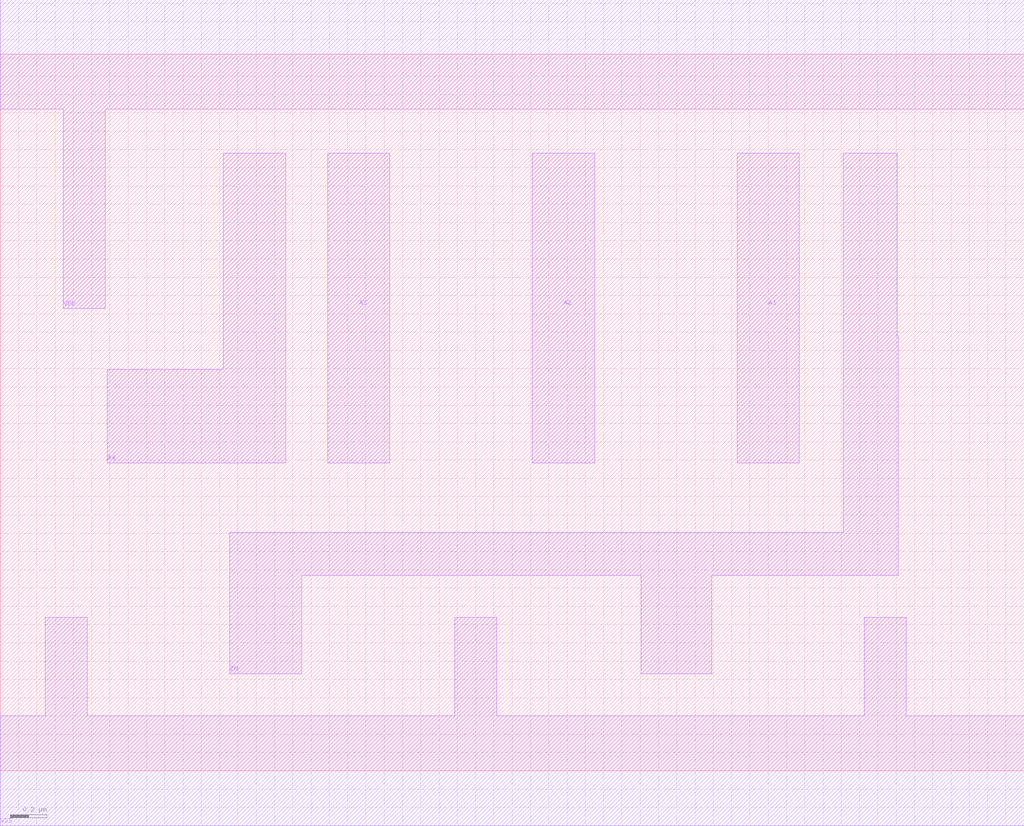
<source format=lef>
# Copyright 2022 GlobalFoundries PDK Authors
#
# Licensed under the Apache License, Version 2.0 (the "License");
# you may not use this file except in compliance with the License.
# You may obtain a copy of the License at
#
#      http://www.apache.org/licenses/LICENSE-2.0
#
# Unless required by applicable law or agreed to in writing, software
# distributed under the License is distributed on an "AS IS" BASIS,
# WITHOUT WARRANTIES OR CONDITIONS OF ANY KIND, either express or implied.
# See the License for the specific language governing permissions and
# limitations under the License.

MACRO gf180mcu_fd_sc_mcu7t5v0__nor4_1
  CLASS core ;
  FOREIGN gf180mcu_fd_sc_mcu7t5v0__nor4_1 0.0 0.0 ;
  ORIGIN 0 0 ;
  SYMMETRY X Y ;
  SITE GF018hv5v_mcu_sc7 ;
  SIZE 5.6 BY 3.92 ;
  PIN A1
    DIRECTION INPUT ;
    ANTENNAGATEAREA 0.826 ;
    PORT
      LAYER Metal1 ;
        POLYGON 4.03 1.685 4.37 1.685 4.37 3.38 4.03 3.38  ;
    END
  END A1
  PIN A2
    DIRECTION INPUT ;
    ANTENNAGATEAREA 0.826 ;
    PORT
      LAYER Metal1 ;
        POLYGON 2.91 1.685 3.25 1.685 3.25 3.38 2.91 3.38  ;
    END
  END A2
  PIN A3
    DIRECTION INPUT ;
    ANTENNAGATEAREA 0.826 ;
    PORT
      LAYER Metal1 ;
        POLYGON 1.79 1.685 2.13 1.685 2.13 3.38 1.79 3.38  ;
    END
  END A3
  PIN A4
    DIRECTION INPUT ;
    ANTENNAGATEAREA 0.826 ;
    PORT
      LAYER Metal1 ;
        POLYGON 0.585 1.685 1.56 1.685 1.56 3.38 1.22 3.38 1.22 2.195 0.585 2.195  ;
    END
  END A4
  PIN ZN
    DIRECTION OUTPUT ;
    ANTENNADIFFAREA 0.9112 ;
    PORT
      LAYER Metal1 ;
        POLYGON 1.255 0.53 1.65 0.53 1.65 1.07 3.505 1.07 3.505 0.53 3.89 0.53 3.89 1.07 4.91 1.07 4.91 2.38 4.905 2.38 4.905 3.38 4.61 3.38 4.61 1.305 1.255 1.305  ;
    END
  END ZN
  PIN VDD
    DIRECTION INOUT ;
    USE power ;
    SHAPE ABUTMENT ;
    PORT
      LAYER Metal1 ;
        POLYGON 0 3.62 0.345 3.62 0.345 2.53 0.575 2.53 0.575 3.62 5.6 3.62 5.6 4.22 0 4.22  ;
    END
  END VDD
  PIN VSS
    DIRECTION INOUT ;
    USE ground ;
    SHAPE ABUTMENT ;
    PORT
      LAYER Metal1 ;
        POLYGON 0 -0.3 5.6 -0.3 5.6 0.3 4.955 0.3 4.955 0.84 4.725 0.84 4.725 0.3 2.715 0.3 2.715 0.84 2.485 0.84 2.485 0.3 0.475 0.3 0.475 0.84 0.245 0.84 0.245 0.3 0 0.3  ;
    END
  END VSS
END gf180mcu_fd_sc_mcu7t5v0__nor4_1

</source>
